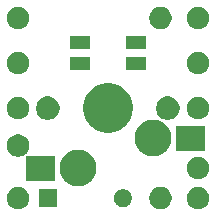
<source format=gbs>
G04 #@! TF.GenerationSoftware,KiCad,Pcbnew,5.1.6-c6e7f7d~87~ubuntu20.04.1*
G04 #@! TF.CreationDate,2020-09-28T10:34:55-03:00*
G04 #@! TF.ProjectId,altana_original,616c7461-6e61-45f6-9f72-6967696e616c,rev?*
G04 #@! TF.SameCoordinates,Original*
G04 #@! TF.FileFunction,Soldermask,Bot*
G04 #@! TF.FilePolarity,Negative*
%FSLAX46Y46*%
G04 Gerber Fmt 4.6, Leading zero omitted, Abs format (unit mm)*
G04 Created by KiCad (PCBNEW 5.1.6-c6e7f7d~87~ubuntu20.04.1) date 2020-09-28 10:34:55*
%MOMM*%
%LPD*%
G01*
G04 APERTURE LIST*
%ADD10C,0.265000*%
G04 APERTURE END LIST*
D10*
G36*
X82319395Y-42392546D02*
G01*
X82492466Y-42464234D01*
X82492467Y-42464235D01*
X82648227Y-42568310D01*
X82780690Y-42700773D01*
X82833081Y-42779182D01*
X82884766Y-42856534D01*
X82956454Y-43029605D01*
X82993000Y-43213333D01*
X82993000Y-43400667D01*
X82956454Y-43584395D01*
X82884766Y-43757466D01*
X82865877Y-43785735D01*
X82780690Y-43913227D01*
X82648227Y-44045690D01*
X82569818Y-44098081D01*
X82492466Y-44149766D01*
X82319395Y-44221454D01*
X82135667Y-44258000D01*
X81948333Y-44258000D01*
X81764605Y-44221454D01*
X81591534Y-44149766D01*
X81514182Y-44098081D01*
X81435773Y-44045690D01*
X81303310Y-43913227D01*
X81218123Y-43785735D01*
X81199234Y-43757466D01*
X81127546Y-43584395D01*
X81091000Y-43400667D01*
X81091000Y-43213333D01*
X81127546Y-43029605D01*
X81199234Y-42856534D01*
X81250919Y-42779182D01*
X81303310Y-42700773D01*
X81435773Y-42568310D01*
X81591533Y-42464235D01*
X81591534Y-42464234D01*
X81764605Y-42392546D01*
X81948333Y-42356000D01*
X82135667Y-42356000D01*
X82319395Y-42392546D01*
G37*
G36*
X67079395Y-42392546D02*
G01*
X67252466Y-42464234D01*
X67252467Y-42464235D01*
X67408227Y-42568310D01*
X67540690Y-42700773D01*
X67593081Y-42779182D01*
X67644766Y-42856534D01*
X67716454Y-43029605D01*
X67753000Y-43213333D01*
X67753000Y-43400667D01*
X67716454Y-43584395D01*
X67644766Y-43757466D01*
X67625877Y-43785735D01*
X67540690Y-43913227D01*
X67408227Y-44045690D01*
X67329818Y-44098081D01*
X67252466Y-44149766D01*
X67079395Y-44221454D01*
X66895667Y-44258000D01*
X66708333Y-44258000D01*
X66524605Y-44221454D01*
X66351534Y-44149766D01*
X66274182Y-44098081D01*
X66195773Y-44045690D01*
X66063310Y-43913227D01*
X65978123Y-43785735D01*
X65959234Y-43757466D01*
X65887546Y-43584395D01*
X65851000Y-43400667D01*
X65851000Y-43213333D01*
X65887546Y-43029605D01*
X65959234Y-42856534D01*
X66010919Y-42779182D01*
X66063310Y-42700773D01*
X66195773Y-42568310D01*
X66351533Y-42464235D01*
X66351534Y-42464234D01*
X66524605Y-42392546D01*
X66708333Y-42356000D01*
X66895667Y-42356000D01*
X67079395Y-42392546D01*
G37*
G36*
X79144395Y-42392546D02*
G01*
X79317466Y-42464234D01*
X79317467Y-42464235D01*
X79473227Y-42568310D01*
X79605690Y-42700773D01*
X79658081Y-42779182D01*
X79709766Y-42856534D01*
X79781454Y-43029605D01*
X79818000Y-43213333D01*
X79818000Y-43400667D01*
X79781454Y-43584395D01*
X79709766Y-43757466D01*
X79690877Y-43785735D01*
X79605690Y-43913227D01*
X79473227Y-44045690D01*
X79394818Y-44098081D01*
X79317466Y-44149766D01*
X79144395Y-44221454D01*
X78960667Y-44258000D01*
X78773333Y-44258000D01*
X78589605Y-44221454D01*
X78416534Y-44149766D01*
X78339182Y-44098081D01*
X78260773Y-44045690D01*
X78128310Y-43913227D01*
X78043123Y-43785735D01*
X78024234Y-43757466D01*
X77952546Y-43584395D01*
X77916000Y-43400667D01*
X77916000Y-43213333D01*
X77952546Y-43029605D01*
X78024234Y-42856534D01*
X78075919Y-42779182D01*
X78128310Y-42700773D01*
X78260773Y-42568310D01*
X78416533Y-42464235D01*
X78416534Y-42464234D01*
X78589605Y-42392546D01*
X78773333Y-42356000D01*
X78960667Y-42356000D01*
X79144395Y-42392546D01*
G37*
G36*
X75827850Y-42568309D02*
G01*
X75911059Y-42584860D01*
X76047732Y-42641472D01*
X76170735Y-42723660D01*
X76275340Y-42828265D01*
X76357528Y-42951268D01*
X76414140Y-43087941D01*
X76443000Y-43233033D01*
X76443000Y-43380967D01*
X76414140Y-43526059D01*
X76357528Y-43662732D01*
X76275340Y-43785735D01*
X76170735Y-43890340D01*
X76047732Y-43972528D01*
X76047731Y-43972529D01*
X76047730Y-43972529D01*
X75911059Y-44029140D01*
X75765968Y-44058000D01*
X75618032Y-44058000D01*
X75472941Y-44029140D01*
X75336270Y-43972529D01*
X75336269Y-43972529D01*
X75336268Y-43972528D01*
X75213265Y-43890340D01*
X75108660Y-43785735D01*
X75026472Y-43662732D01*
X74969860Y-43526059D01*
X74941000Y-43380967D01*
X74941000Y-43233033D01*
X74969860Y-43087941D01*
X75026472Y-42951268D01*
X75108660Y-42828265D01*
X75213265Y-42723660D01*
X75336268Y-42641472D01*
X75472941Y-42584860D01*
X75556150Y-42568309D01*
X75618032Y-42556000D01*
X75765968Y-42556000D01*
X75827850Y-42568309D01*
G37*
G36*
X70093000Y-44058000D02*
G01*
X68591000Y-44058000D01*
X68591000Y-42556000D01*
X70093000Y-42556000D01*
X70093000Y-44058000D01*
G37*
G36*
X72184585Y-39245802D02*
G01*
X72334410Y-39275604D01*
X72616674Y-39392521D01*
X72870705Y-39562259D01*
X73086741Y-39778295D01*
X73256479Y-40032326D01*
X73373396Y-40314590D01*
X73433000Y-40614240D01*
X73433000Y-40919760D01*
X73373396Y-41219410D01*
X73256479Y-41501674D01*
X73086741Y-41755705D01*
X72870705Y-41971741D01*
X72616674Y-42141479D01*
X72334410Y-42258396D01*
X72184585Y-42288198D01*
X72034761Y-42318000D01*
X71729239Y-42318000D01*
X71579415Y-42288198D01*
X71429590Y-42258396D01*
X71147326Y-42141479D01*
X70893295Y-41971741D01*
X70677259Y-41755705D01*
X70507521Y-41501674D01*
X70390604Y-41219410D01*
X70331000Y-40919760D01*
X70331000Y-40614240D01*
X70390604Y-40314590D01*
X70507521Y-40032326D01*
X70677259Y-39778295D01*
X70893295Y-39562259D01*
X71147326Y-39392521D01*
X71429590Y-39275604D01*
X71579415Y-39245802D01*
X71729239Y-39216000D01*
X72034761Y-39216000D01*
X72184585Y-39245802D01*
G37*
G36*
X67530305Y-39753598D02*
G01*
X67554691Y-39756000D01*
X69923000Y-39756000D01*
X69923000Y-41858000D01*
X67521000Y-41858000D01*
X67521000Y-39759194D01*
X67520145Y-39750516D01*
X67530305Y-39753598D01*
G37*
G36*
X82319395Y-39852546D02*
G01*
X82492466Y-39924234D01*
X82492467Y-39924235D01*
X82648227Y-40028310D01*
X82780690Y-40160773D01*
X82780691Y-40160775D01*
X82884766Y-40316534D01*
X82956454Y-40489605D01*
X82993000Y-40673333D01*
X82993000Y-40860667D01*
X82956454Y-41044395D01*
X82884766Y-41217466D01*
X82883467Y-41219410D01*
X82780690Y-41373227D01*
X82648227Y-41505690D01*
X82569818Y-41558081D01*
X82492466Y-41609766D01*
X82319395Y-41681454D01*
X82135667Y-41718000D01*
X81948333Y-41718000D01*
X81764605Y-41681454D01*
X81591534Y-41609766D01*
X81514182Y-41558081D01*
X81435773Y-41505690D01*
X81303310Y-41373227D01*
X81200533Y-41219410D01*
X81199234Y-41217466D01*
X81127546Y-41044395D01*
X81091000Y-40860667D01*
X81091000Y-40673333D01*
X81127546Y-40489605D01*
X81199234Y-40316534D01*
X81303309Y-40160775D01*
X81303310Y-40160773D01*
X81435773Y-40028310D01*
X81591533Y-39924235D01*
X81591534Y-39924234D01*
X81764605Y-39852546D01*
X81948333Y-39816000D01*
X82135667Y-39816000D01*
X82319395Y-39852546D01*
G37*
G36*
X67079395Y-37947546D02*
G01*
X67252466Y-38019234D01*
X67252467Y-38019235D01*
X67408227Y-38123310D01*
X67540690Y-38255773D01*
X67540691Y-38255775D01*
X67644766Y-38411534D01*
X67716454Y-38584605D01*
X67753000Y-38768333D01*
X67753000Y-38955667D01*
X67716454Y-39139395D01*
X67644766Y-39312466D01*
X67644765Y-39312467D01*
X67540690Y-39468227D01*
X67466298Y-39542619D01*
X67450758Y-39561555D01*
X67439207Y-39583166D01*
X67432094Y-39606615D01*
X67429692Y-39631001D01*
X67430547Y-39639679D01*
X67420387Y-39636597D01*
X67396001Y-39634195D01*
X67371615Y-39636597D01*
X67348166Y-39643710D01*
X67326555Y-39655261D01*
X67252466Y-39704766D01*
X67079395Y-39776454D01*
X66895667Y-39813000D01*
X66708333Y-39813000D01*
X66524605Y-39776454D01*
X66351534Y-39704766D01*
X66260157Y-39643710D01*
X66195773Y-39600690D01*
X66063310Y-39468227D01*
X65959235Y-39312467D01*
X65959234Y-39312466D01*
X65887546Y-39139395D01*
X65851000Y-38955667D01*
X65851000Y-38768333D01*
X65887546Y-38584605D01*
X65959234Y-38411534D01*
X66063309Y-38255775D01*
X66063310Y-38255773D01*
X66195773Y-38123310D01*
X66351533Y-38019235D01*
X66351534Y-38019234D01*
X66524605Y-37947546D01*
X66708333Y-37911000D01*
X66895667Y-37911000D01*
X67079395Y-37947546D01*
G37*
G36*
X78534585Y-36705802D02*
G01*
X78684410Y-36735604D01*
X78966674Y-36852521D01*
X79220705Y-37022259D01*
X79436741Y-37238295D01*
X79606479Y-37492326D01*
X79723396Y-37774590D01*
X79783000Y-38074240D01*
X79783000Y-38379760D01*
X79723396Y-38679410D01*
X79606479Y-38961674D01*
X79436741Y-39215705D01*
X79220705Y-39431741D01*
X78966674Y-39601479D01*
X78684410Y-39718396D01*
X78534585Y-39748198D01*
X78384761Y-39778000D01*
X78079239Y-39778000D01*
X77929415Y-39748198D01*
X77779590Y-39718396D01*
X77497326Y-39601479D01*
X77243295Y-39431741D01*
X77027259Y-39215705D01*
X76857521Y-38961674D01*
X76740604Y-38679410D01*
X76681000Y-38379760D01*
X76681000Y-38074240D01*
X76740604Y-37774590D01*
X76857521Y-37492326D01*
X77027259Y-37238295D01*
X77243295Y-37022259D01*
X77497326Y-36852521D01*
X77779590Y-36735604D01*
X77929415Y-36705802D01*
X78079239Y-36676000D01*
X78384761Y-36676000D01*
X78534585Y-36705802D01*
G37*
G36*
X82623000Y-39318000D02*
G01*
X80221000Y-39318000D01*
X80221000Y-37216000D01*
X82623000Y-37216000D01*
X82623000Y-39318000D01*
G37*
G36*
X74899536Y-33639827D02*
G01*
X75034839Y-33666740D01*
X75417197Y-33825118D01*
X75761310Y-34055047D01*
X76053953Y-34347690D01*
X76283882Y-34691803D01*
X76442260Y-35074161D01*
X76469173Y-35209464D01*
X76523000Y-35480068D01*
X76523000Y-35893932D01*
X76474558Y-36137466D01*
X76442260Y-36299839D01*
X76283882Y-36682197D01*
X76053953Y-37026310D01*
X75761310Y-37318953D01*
X75417197Y-37548882D01*
X75034839Y-37707260D01*
X74899536Y-37734173D01*
X74628932Y-37788000D01*
X74215068Y-37788000D01*
X73944464Y-37734173D01*
X73809161Y-37707260D01*
X73426803Y-37548882D01*
X73082690Y-37318953D01*
X72790047Y-37026310D01*
X72560118Y-36682197D01*
X72401740Y-36299839D01*
X72369442Y-36137466D01*
X72321000Y-35893932D01*
X72321000Y-35480068D01*
X72374827Y-35209464D01*
X72401740Y-35074161D01*
X72560118Y-34691803D01*
X72790047Y-34347690D01*
X73082690Y-34055047D01*
X73426803Y-33825118D01*
X73809161Y-33666740D01*
X73944464Y-33639827D01*
X74215068Y-33586000D01*
X74628932Y-33586000D01*
X74899536Y-33639827D01*
G37*
G36*
X79629764Y-34691803D02*
G01*
X79793981Y-34724468D01*
X79976151Y-34799926D01*
X80140100Y-34909473D01*
X80279527Y-35048900D01*
X80389074Y-35212849D01*
X80464532Y-35395019D01*
X80503000Y-35588410D01*
X80503000Y-35785590D01*
X80464532Y-35978981D01*
X80389074Y-36161151D01*
X80279527Y-36325100D01*
X80140100Y-36464527D01*
X79976151Y-36574074D01*
X79793981Y-36649532D01*
X79600591Y-36688000D01*
X79403409Y-36688000D01*
X79210019Y-36649532D01*
X79027849Y-36574074D01*
X78863900Y-36464527D01*
X78724473Y-36325100D01*
X78614926Y-36161151D01*
X78539468Y-35978981D01*
X78501000Y-35785590D01*
X78501000Y-35588410D01*
X78539468Y-35395019D01*
X78614926Y-35212849D01*
X78724473Y-35048900D01*
X78863900Y-34909473D01*
X79027849Y-34799926D01*
X79210019Y-34724468D01*
X79374236Y-34691803D01*
X79403409Y-34686000D01*
X79600591Y-34686000D01*
X79629764Y-34691803D01*
G37*
G36*
X69469764Y-34691803D02*
G01*
X69633981Y-34724468D01*
X69816151Y-34799926D01*
X69980100Y-34909473D01*
X70119527Y-35048900D01*
X70229074Y-35212849D01*
X70304532Y-35395019D01*
X70343000Y-35588410D01*
X70343000Y-35785590D01*
X70304532Y-35978981D01*
X70229074Y-36161151D01*
X70119527Y-36325100D01*
X69980100Y-36464527D01*
X69816151Y-36574074D01*
X69633981Y-36649532D01*
X69440591Y-36688000D01*
X69243409Y-36688000D01*
X69050019Y-36649532D01*
X68867849Y-36574074D01*
X68703900Y-36464527D01*
X68564473Y-36325100D01*
X68454926Y-36161151D01*
X68379468Y-35978981D01*
X68341000Y-35785590D01*
X68341000Y-35588410D01*
X68379468Y-35395019D01*
X68454926Y-35212849D01*
X68564473Y-35048900D01*
X68703900Y-34909473D01*
X68867849Y-34799926D01*
X69050019Y-34724468D01*
X69214236Y-34691803D01*
X69243409Y-34686000D01*
X69440591Y-34686000D01*
X69469764Y-34691803D01*
G37*
G36*
X67079395Y-34772546D02*
G01*
X67252466Y-34844234D01*
X67252467Y-34844235D01*
X67408227Y-34948310D01*
X67540690Y-35080773D01*
X67540691Y-35080775D01*
X67644766Y-35236534D01*
X67716454Y-35409605D01*
X67753000Y-35593333D01*
X67753000Y-35780667D01*
X67716454Y-35964395D01*
X67644766Y-36137466D01*
X67628940Y-36161151D01*
X67540690Y-36293227D01*
X67408227Y-36425690D01*
X67350103Y-36464527D01*
X67252466Y-36529766D01*
X67079395Y-36601454D01*
X66895667Y-36638000D01*
X66708333Y-36638000D01*
X66524605Y-36601454D01*
X66351534Y-36529766D01*
X66253897Y-36464527D01*
X66195773Y-36425690D01*
X66063310Y-36293227D01*
X65975060Y-36161151D01*
X65959234Y-36137466D01*
X65887546Y-35964395D01*
X65851000Y-35780667D01*
X65851000Y-35593333D01*
X65887546Y-35409605D01*
X65959234Y-35236534D01*
X66063309Y-35080775D01*
X66063310Y-35080773D01*
X66195773Y-34948310D01*
X66351533Y-34844235D01*
X66351534Y-34844234D01*
X66524605Y-34772546D01*
X66708333Y-34736000D01*
X66895667Y-34736000D01*
X67079395Y-34772546D01*
G37*
G36*
X82319395Y-34772546D02*
G01*
X82492466Y-34844234D01*
X82492467Y-34844235D01*
X82648227Y-34948310D01*
X82780690Y-35080773D01*
X82780691Y-35080775D01*
X82884766Y-35236534D01*
X82956454Y-35409605D01*
X82993000Y-35593333D01*
X82993000Y-35780667D01*
X82956454Y-35964395D01*
X82884766Y-36137466D01*
X82868940Y-36161151D01*
X82780690Y-36293227D01*
X82648227Y-36425690D01*
X82590103Y-36464527D01*
X82492466Y-36529766D01*
X82319395Y-36601454D01*
X82135667Y-36638000D01*
X81948333Y-36638000D01*
X81764605Y-36601454D01*
X81591534Y-36529766D01*
X81493897Y-36464527D01*
X81435773Y-36425690D01*
X81303310Y-36293227D01*
X81215060Y-36161151D01*
X81199234Y-36137466D01*
X81127546Y-35964395D01*
X81091000Y-35780667D01*
X81091000Y-35593333D01*
X81127546Y-35409605D01*
X81199234Y-35236534D01*
X81303309Y-35080775D01*
X81303310Y-35080773D01*
X81435773Y-34948310D01*
X81591533Y-34844235D01*
X81591534Y-34844234D01*
X81764605Y-34772546D01*
X81948333Y-34736000D01*
X82135667Y-34736000D01*
X82319395Y-34772546D01*
G37*
G36*
X67079395Y-30962546D02*
G01*
X67252466Y-31034234D01*
X67252467Y-31034235D01*
X67408227Y-31138310D01*
X67540690Y-31270773D01*
X67540691Y-31270775D01*
X67644766Y-31426534D01*
X67716454Y-31599605D01*
X67753000Y-31783333D01*
X67753000Y-31970667D01*
X67716454Y-32154395D01*
X67644766Y-32327466D01*
X67644765Y-32327467D01*
X67540690Y-32483227D01*
X67408227Y-32615690D01*
X67329818Y-32668081D01*
X67252466Y-32719766D01*
X67079395Y-32791454D01*
X66895667Y-32828000D01*
X66708333Y-32828000D01*
X66524605Y-32791454D01*
X66351534Y-32719766D01*
X66274182Y-32668081D01*
X66195773Y-32615690D01*
X66063310Y-32483227D01*
X65959235Y-32327467D01*
X65959234Y-32327466D01*
X65887546Y-32154395D01*
X65851000Y-31970667D01*
X65851000Y-31783333D01*
X65887546Y-31599605D01*
X65959234Y-31426534D01*
X66063309Y-31270775D01*
X66063310Y-31270773D01*
X66195773Y-31138310D01*
X66351533Y-31034235D01*
X66351534Y-31034234D01*
X66524605Y-30962546D01*
X66708333Y-30926000D01*
X66895667Y-30926000D01*
X67079395Y-30962546D01*
G37*
G36*
X82319395Y-30962546D02*
G01*
X82492466Y-31034234D01*
X82492467Y-31034235D01*
X82648227Y-31138310D01*
X82780690Y-31270773D01*
X82780691Y-31270775D01*
X82884766Y-31426534D01*
X82956454Y-31599605D01*
X82993000Y-31783333D01*
X82993000Y-31970667D01*
X82956454Y-32154395D01*
X82884766Y-32327466D01*
X82884765Y-32327467D01*
X82780690Y-32483227D01*
X82648227Y-32615690D01*
X82569818Y-32668081D01*
X82492466Y-32719766D01*
X82319395Y-32791454D01*
X82135667Y-32828000D01*
X81948333Y-32828000D01*
X81764605Y-32791454D01*
X81591534Y-32719766D01*
X81514182Y-32668081D01*
X81435773Y-32615690D01*
X81303310Y-32483227D01*
X81199235Y-32327467D01*
X81199234Y-32327466D01*
X81127546Y-32154395D01*
X81091000Y-31970667D01*
X81091000Y-31783333D01*
X81127546Y-31599605D01*
X81199234Y-31426534D01*
X81303309Y-31270775D01*
X81303310Y-31270773D01*
X81435773Y-31138310D01*
X81591533Y-31034235D01*
X81591534Y-31034234D01*
X81764605Y-30962546D01*
X81948333Y-30926000D01*
X82135667Y-30926000D01*
X82319395Y-30962546D01*
G37*
G36*
X72873000Y-32428000D02*
G01*
X71171000Y-32428000D01*
X71171000Y-31326000D01*
X72873000Y-31326000D01*
X72873000Y-32428000D01*
G37*
G36*
X77673000Y-32428000D02*
G01*
X75971000Y-32428000D01*
X75971000Y-31326000D01*
X77673000Y-31326000D01*
X77673000Y-32428000D01*
G37*
G36*
X72873000Y-30678000D02*
G01*
X71171000Y-30678000D01*
X71171000Y-29576000D01*
X72873000Y-29576000D01*
X72873000Y-30678000D01*
G37*
G36*
X77673000Y-30678000D02*
G01*
X75971000Y-30678000D01*
X75971000Y-29576000D01*
X77673000Y-29576000D01*
X77673000Y-30678000D01*
G37*
G36*
X67079395Y-27152546D02*
G01*
X67252466Y-27224234D01*
X67252467Y-27224235D01*
X67408227Y-27328310D01*
X67540690Y-27460773D01*
X67540691Y-27460775D01*
X67644766Y-27616534D01*
X67716454Y-27789605D01*
X67753000Y-27973333D01*
X67753000Y-28160667D01*
X67716454Y-28344395D01*
X67644766Y-28517466D01*
X67644765Y-28517467D01*
X67540690Y-28673227D01*
X67408227Y-28805690D01*
X67329818Y-28858081D01*
X67252466Y-28909766D01*
X67079395Y-28981454D01*
X66895667Y-29018000D01*
X66708333Y-29018000D01*
X66524605Y-28981454D01*
X66351534Y-28909766D01*
X66274182Y-28858081D01*
X66195773Y-28805690D01*
X66063310Y-28673227D01*
X65959235Y-28517467D01*
X65959234Y-28517466D01*
X65887546Y-28344395D01*
X65851000Y-28160667D01*
X65851000Y-27973333D01*
X65887546Y-27789605D01*
X65959234Y-27616534D01*
X66063309Y-27460775D01*
X66063310Y-27460773D01*
X66195773Y-27328310D01*
X66351533Y-27224235D01*
X66351534Y-27224234D01*
X66524605Y-27152546D01*
X66708333Y-27116000D01*
X66895667Y-27116000D01*
X67079395Y-27152546D01*
G37*
G36*
X82319395Y-27152546D02*
G01*
X82492466Y-27224234D01*
X82492467Y-27224235D01*
X82648227Y-27328310D01*
X82780690Y-27460773D01*
X82780691Y-27460775D01*
X82884766Y-27616534D01*
X82956454Y-27789605D01*
X82993000Y-27973333D01*
X82993000Y-28160667D01*
X82956454Y-28344395D01*
X82884766Y-28517466D01*
X82884765Y-28517467D01*
X82780690Y-28673227D01*
X82648227Y-28805690D01*
X82569818Y-28858081D01*
X82492466Y-28909766D01*
X82319395Y-28981454D01*
X82135667Y-29018000D01*
X81948333Y-29018000D01*
X81764605Y-28981454D01*
X81591534Y-28909766D01*
X81514182Y-28858081D01*
X81435773Y-28805690D01*
X81303310Y-28673227D01*
X81199235Y-28517467D01*
X81199234Y-28517466D01*
X81127546Y-28344395D01*
X81091000Y-28160667D01*
X81091000Y-27973333D01*
X81127546Y-27789605D01*
X81199234Y-27616534D01*
X81303309Y-27460775D01*
X81303310Y-27460773D01*
X81435773Y-27328310D01*
X81591533Y-27224235D01*
X81591534Y-27224234D01*
X81764605Y-27152546D01*
X81948333Y-27116000D01*
X82135667Y-27116000D01*
X82319395Y-27152546D01*
G37*
G36*
X79144395Y-27152546D02*
G01*
X79317466Y-27224234D01*
X79317467Y-27224235D01*
X79473227Y-27328310D01*
X79605690Y-27460773D01*
X79605691Y-27460775D01*
X79709766Y-27616534D01*
X79781454Y-27789605D01*
X79818000Y-27973333D01*
X79818000Y-28160667D01*
X79781454Y-28344395D01*
X79709766Y-28517466D01*
X79709765Y-28517467D01*
X79605690Y-28673227D01*
X79473227Y-28805690D01*
X79394818Y-28858081D01*
X79317466Y-28909766D01*
X79144395Y-28981454D01*
X78960667Y-29018000D01*
X78773333Y-29018000D01*
X78589605Y-28981454D01*
X78416534Y-28909766D01*
X78339182Y-28858081D01*
X78260773Y-28805690D01*
X78128310Y-28673227D01*
X78024235Y-28517467D01*
X78024234Y-28517466D01*
X77952546Y-28344395D01*
X77916000Y-28160667D01*
X77916000Y-27973333D01*
X77952546Y-27789605D01*
X78024234Y-27616534D01*
X78128309Y-27460775D01*
X78128310Y-27460773D01*
X78260773Y-27328310D01*
X78416533Y-27224235D01*
X78416534Y-27224234D01*
X78589605Y-27152546D01*
X78773333Y-27116000D01*
X78960667Y-27116000D01*
X79144395Y-27152546D01*
G37*
M02*

</source>
